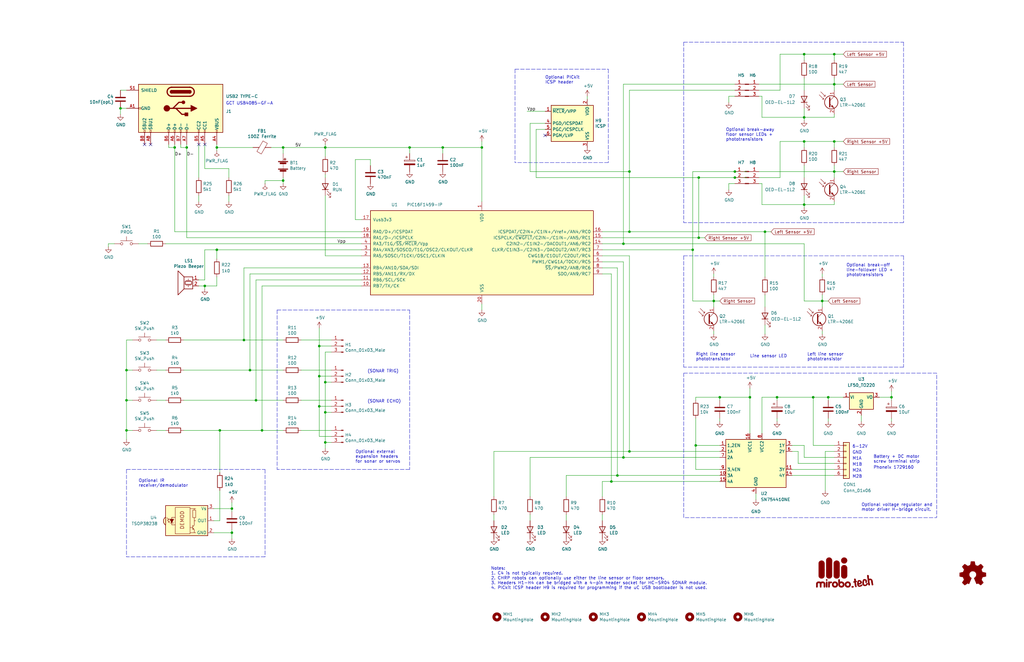
<source format=kicad_sch>
(kicad_sch (version 20230121) (generator eeschema)
  (paper "B")
  (title_block (title "CHRP4") (date "2023-04-24") (rev "0") (company "mirobo.tech") (comment 1 "Common Hardware") (comment 2 "Robotics Project") (comment 3 "CHRP4 is Open Hardware") (comment 4 "Schematic: CC-BY 4.0"))
  (junction (at 97.79 224.79))
  (junction (at 53.34 156.21))
  (junction (at 53.34 168.91))
  (junction (at 102.87 143.51))
  (junction (at 300.99 127))
  (junction (at 351.79 59.69))
  (junction (at 92.71 181.61))
  (junction (at 327.66 167.64))
  (junction (at 73.66 62.23))
  (junction (at 86.36 120.65))
  (junction (at 262.89 102.87))
  (junction (at 50.8 45.72))
  (junction (at 134.62 146.05))
  (junction (at 339.09 59.69))
  (junction (at 292.1 105.41))
  (junction (at 293.37 187.96))
  (junction (at 91.44 105.41))
  (junction (at 351.79 35.56))
  (junction (at 262.89 193.04))
  (junction (at 342.9 167.64))
  (junction (at 137.16 173.99))
  (junction (at 137.16 186.69))
  (junction (at 53.34 181.61))
  (junction (at 339.09 22.86))
  (junction (at 137.16 62.23))
  (junction (at 351.79 22.86))
  (junction (at 257.81 203.2))
  (junction (at 265.43 72.39))
  (junction (at 309.88 74.93))
  (junction (at 172.72 62.23))
  (junction (at 119.38 76.2))
  (junction (at 322.58 97.79))
  (junction (at 137.16 161.29))
  (junction (at 351.79 72.39))
  (junction (at 186.69 62.23))
  (junction (at 316.23 167.64))
  (junction (at 110.49 181.61))
  (junction (at 265.43 97.79))
  (junction (at 265.43 190.5))
  (junction (at 203.2 62.23))
  (junction (at 303.53 167.64))
  (junction (at 349.25 167.64))
  (junction (at 309.88 72.39))
  (junction (at 97.79 214.63))
  (junction (at 260.35 200.66))
  (junction (at 346.71 127))
  (junction (at 91.44 62.23))
  (junction (at 107.95 168.91))
  (junction (at 294.64 100.33))
  (junction (at 105.41 156.21))
  (junction (at 294.64 74.93))
  (junction (at 134.62 158.75))
  (junction (at 78.74 62.23))
  (junction (at 119.38 62.23))
  (junction (at 134.62 171.45))
  (junction (at 339.09 86.36))
  (junction (at 375.92 167.64))
  (junction (at 339.09 49.53))
  (no_connect (at 60.96 60.96))
  (no_connect (at 83.82 60.96))
  (no_connect (at 86.36 60.96))
  (no_connect (at 63.5 60.96))
  (no_connect (at 229.87 57.15))
  (wire (pts (xy 208.28 190.5) (xy 265.43 190.5)))
  (wire (pts (xy 223.52 72.39) (xy 265.43 72.39)))
  (wire (pts (xy 347.98 207.01) (xy 347.98 190.5)))
  (wire (pts (xy 137.16 107.95) (xy 152.4 107.95)))
  (wire (pts (xy 91.44 62.23) (xy 91.44 63.5)))
  (wire (pts (xy 339.09 49.53) (xy 339.09 45.72)))
  (wire (pts (xy 50.8 45.72) (xy 50.8 48.26)))
  (wire (pts (xy 351.79 35.56) (xy 355.6 35.56)))
  (wire (pts (xy 73.66 62.23) (xy 73.66 97.79)))
  (wire (pts (xy 203.2 59.69) (xy 203.2 62.23)))
  (wire (pts (xy 322.58 124.46) (xy 322.58 129.54)))
  (wire (pts (xy 110.49 120.65) (xy 110.49 181.61)))
  (polyline (pts (xy 53.34 198.12) (xy 53.34 234.95)) (stroke (width 0) (type dash)))
  (wire (pts (xy 322.58 97.79) (xy 322.58 116.84)))
  (wire (pts (xy 137.16 82.55) (xy 137.16 107.95)))
  (wire (pts (xy 226.06 74.93) (xy 294.64 74.93)))
  (wire (pts (xy 254 115.57) (xy 257.81 115.57)))
  (wire (pts (xy 83.82 82.55) (xy 83.82 85.09)))
  (wire (pts (xy 293.37 167.64) (xy 293.37 168.91)))
  (wire (pts (xy 119.38 74.93) (xy 119.38 76.2)))
  (wire (pts (xy 254 102.87) (xy 262.89 102.87)))
  (wire (pts (xy 339.09 33.02) (xy 339.09 38.1)))
  (wire (pts (xy 336.55 195.58) (xy 351.79 195.58)))
  (wire (pts (xy 351.79 187.96) (xy 342.9 187.96)))
  (wire (pts (xy 53.34 168.91) (xy 55.88 168.91)))
  (wire (pts (xy 300.99 124.46) (xy 300.99 127)))
  (wire (pts (xy 73.66 97.79) (xy 152.4 97.79)))
  (wire (pts (xy 223.52 217.17) (xy 223.52 219.71)))
  (wire (pts (xy 262.89 102.87) (xy 339.09 102.87)))
  (wire (pts (xy 102.87 143.51) (xy 119.38 143.51)))
  (wire (pts (xy 77.47 143.51) (xy 102.87 143.51)))
  (wire (pts (xy 355.6 167.64) (xy 349.25 167.64)))
  (wire (pts (xy 254 100.33) (xy 294.64 100.33)))
  (wire (pts (xy 86.36 60.96) (xy 86.36 71.12)))
  (wire (pts (xy 314.96 72.39) (xy 309.88 72.39)))
  (wire (pts (xy 105.41 115.57) (xy 105.41 156.21)))
  (wire (pts (xy 78.74 62.23) (xy 78.74 60.96)))
  (wire (pts (xy 321.31 40.64) (xy 320.04 40.64)))
  (polyline (pts (xy 217.17 29.21) (xy 256.54 29.21)) (stroke (width 0) (type dash)))
  (wire (pts (xy 321.31 86.36) (xy 321.31 77.47)))
  (wire (pts (xy 203.2 62.23) (xy 186.69 62.23)))
  (wire (pts (xy 346.71 127) (xy 346.71 129.54)))
  (wire (pts (xy 127 156.21) (xy 139.7 156.21)))
  (wire (pts (xy 97.79 214.63) (xy 97.79 212.09)))
  (wire (pts (xy 69.85 102.87) (xy 152.4 102.87)))
  (wire (pts (xy 303.53 167.64) (xy 303.53 168.91)))
  (wire (pts (xy 119.38 62.23) (xy 137.16 62.23)))
  (wire (pts (xy 86.36 105.41) (xy 91.44 105.41)))
  (wire (pts (xy 53.34 181.61) (xy 55.88 181.61)))
  (polyline (pts (xy 256.54 68.58) (xy 217.17 68.58)) (stroke (width 0) (type dash)))
  (wire (pts (xy 265.43 38.1) (xy 265.43 72.39)))
  (wire (pts (xy 293.37 198.12) (xy 303.53 198.12)))
  (wire (pts (xy 351.79 85.09) (xy 351.79 86.36)))
  (wire (pts (xy 97.79 224.79) (xy 97.79 223.52)))
  (wire (pts (xy 149.86 67.31) (xy 156.21 67.31)))
  (polyline (pts (xy 116.84 130.81) (xy 172.72 130.81)) (stroke (width 0) (type dash)))
  (polyline (pts (xy 288.29 17.78) (xy 288.29 93.98)) (stroke (width 0) (type dash)))
  (wire (pts (xy 76.2 60.96) (xy 76.2 62.23)))
  (wire (pts (xy 342.9 167.64) (xy 349.25 167.64)))
  (wire (pts (xy 351.79 35.56) (xy 351.79 38.1)))
  (wire (pts (xy 137.16 161.29) (xy 139.7 161.29)))
  (wire (pts (xy 92.71 181.61) (xy 110.49 181.61)))
  (wire (pts (xy 254 110.49) (xy 262.89 110.49)))
  (wire (pts (xy 149.86 67.31) (xy 149.86 92.71)))
  (wire (pts (xy 328.93 22.86) (xy 328.93 38.1)))
  (wire (pts (xy 346.71 115.57) (xy 346.71 116.84)))
  (wire (pts (xy 321.31 182.88) (xy 321.31 167.64)))
  (wire (pts (xy 363.22 175.26) (xy 363.22 177.8)))
  (wire (pts (xy 137.16 62.23) (xy 137.16 66.04)))
  (wire (pts (xy 339.09 22.86) (xy 351.79 22.86)))
  (wire (pts (xy 91.44 120.65) (xy 86.36 120.65)))
  (wire (pts (xy 96.52 82.55) (xy 96.52 85.09)))
  (wire (pts (xy 238.76 200.66) (xy 260.35 200.66)))
  (wire (pts (xy 152.4 118.11) (xy 107.95 118.11)))
  (wire (pts (xy 300.99 127) (xy 303.53 127)))
  (wire (pts (xy 307.34 40.64) (xy 309.88 40.64)))
  (wire (pts (xy 321.31 167.64) (xy 327.66 167.64)))
  (wire (pts (xy 318.77 208.28) (xy 318.77 210.82)))
  (wire (pts (xy 53.34 156.21) (xy 55.88 156.21)))
  (wire (pts (xy 262.89 35.56) (xy 262.89 102.87)))
  (wire (pts (xy 229.87 52.07) (xy 223.52 52.07)))
  (wire (pts (xy 127 168.91) (xy 139.7 168.91)))
  (wire (pts (xy 303.53 176.53) (xy 303.53 177.8)))
  (wire (pts (xy 91.44 109.22) (xy 91.44 105.41)))
  (wire (pts (xy 203.2 85.09) (xy 203.2 62.23)))
  (wire (pts (xy 90.17 224.79) (xy 97.79 224.79)))
  (wire (pts (xy 137.16 161.29) (xy 137.16 173.99)))
  (wire (pts (xy 339.09 59.69) (xy 351.79 59.69)))
  (wire (pts (xy 254 217.17) (xy 254 219.71)))
  (wire (pts (xy 334.01 198.12) (xy 351.79 198.12)))
  (wire (pts (xy 334.01 200.66) (xy 351.79 200.66)))
  (wire (pts (xy 265.43 38.1) (xy 309.88 38.1)))
  (wire (pts (xy 137.16 148.59) (xy 137.16 161.29)))
  (wire (pts (xy 152.4 115.57) (xy 105.41 115.57)))
  (wire (pts (xy 223.52 52.07) (xy 223.52 72.39)))
  (polyline (pts (xy 53.34 198.12) (xy 111.76 198.12)) (stroke (width 0) (type dash)))
  (wire (pts (xy 90.17 214.63) (xy 97.79 214.63)))
  (wire (pts (xy 339.09 69.85) (xy 339.09 74.93)))
  (wire (pts (xy 119.38 76.2) (xy 119.38 77.47)))
  (polyline (pts (xy 256.54 29.21) (xy 256.54 68.58)) (stroke (width 0) (type dash)))
  (wire (pts (xy 351.79 59.69) (xy 351.79 62.23)))
  (wire (pts (xy 77.47 168.91) (xy 107.95 168.91)))
  (wire (pts (xy 223.52 193.04) (xy 262.89 193.04)))
  (wire (pts (xy 339.09 22.86) (xy 328.93 22.86)))
  (wire (pts (xy 247.65 40.64) (xy 247.65 41.91)))
  (wire (pts (xy 110.49 181.61) (xy 119.38 181.61)))
  (wire (pts (xy 91.44 116.84) (xy 91.44 120.65)))
  (wire (pts (xy 370.84 167.64) (xy 375.92 167.64)))
  (wire (pts (xy 351.79 86.36) (xy 339.09 86.36)))
  (polyline (pts (xy 217.17 29.21) (xy 217.17 68.58)) (stroke (width 0) (type dash)))
  (wire (pts (xy 134.62 146.05) (xy 134.62 158.75)))
  (wire (pts (xy 303.53 167.64) (xy 293.37 167.64)))
  (wire (pts (xy 339.09 49.53) (xy 321.31 49.53)))
  (wire (pts (xy 293.37 176.53) (xy 293.37 187.96)))
  (wire (pts (xy 69.85 168.91) (xy 66.04 168.91)))
  (wire (pts (xy 53.34 38.1) (xy 50.8 38.1)))
  (wire (pts (xy 307.34 77.47) (xy 309.88 77.47)))
  (wire (pts (xy 351.79 72.39) (xy 351.79 74.93)))
  (wire (pts (xy 114.3 62.23) (xy 119.38 62.23)))
  (wire (pts (xy 78.74 62.23) (xy 78.74 100.33)))
  (wire (pts (xy 69.85 143.51) (xy 66.04 143.51)))
  (wire (pts (xy 208.28 190.5) (xy 208.28 209.55)))
  (wire (pts (xy 351.79 48.26) (xy 351.79 49.53)))
  (wire (pts (xy 262.89 35.56) (xy 309.88 35.56)))
  (wire (pts (xy 83.82 120.65) (xy 86.36 120.65)))
  (wire (pts (xy 83.82 60.96) (xy 83.82 74.93)))
  (wire (pts (xy 86.36 120.65) (xy 86.36 121.92)))
  (wire (pts (xy 45.72 102.87) (xy 48.26 102.87)))
  (wire (pts (xy 316.23 182.88) (xy 316.23 167.64)))
  (polyline (pts (xy 288.29 107.95) (xy 381 107.95)) (stroke (width 0) (type dash)))
  (wire (pts (xy 152.4 120.65) (xy 110.49 120.65)))
  (wire (pts (xy 262.89 193.04) (xy 303.53 193.04)))
  (wire (pts (xy 53.34 181.61) (xy 53.34 168.91)))
  (wire (pts (xy 92.71 181.61) (xy 92.71 199.39)))
  (wire (pts (xy 351.79 22.86) (xy 355.6 22.86)))
  (wire (pts (xy 77.47 181.61) (xy 92.71 181.61)))
  (wire (pts (xy 77.47 156.21) (xy 105.41 156.21)))
  (wire (pts (xy 172.72 62.23) (xy 172.72 64.77)))
  (wire (pts (xy 86.36 105.41) (xy 86.36 118.11)))
  (wire (pts (xy 339.09 193.04) (xy 351.79 193.04)))
  (wire (pts (xy 73.66 60.96) (xy 73.66 62.23)))
  (wire (pts (xy 339.09 49.53) (xy 339.09 50.8)))
  (wire (pts (xy 322.58 137.16) (xy 322.58 140.97)))
  (wire (pts (xy 292.1 72.39) (xy 292.1 105.41)))
  (wire (pts (xy 351.79 33.02) (xy 351.79 35.56)))
  (wire (pts (xy 339.09 62.23) (xy 339.09 59.69)))
  (wire (pts (xy 257.81 203.2) (xy 303.53 203.2)))
  (polyline (pts (xy 381 17.78) (xy 381 93.98)) (stroke (width 0) (type dash)))
  (wire (pts (xy 90.17 219.71) (xy 92.71 219.71)))
  (wire (pts (xy 86.36 71.12) (xy 96.52 71.12)))
  (wire (pts (xy 339.09 25.4) (xy 339.09 22.86)))
  (wire (pts (xy 346.71 139.7) (xy 346.71 140.97)))
  (wire (pts (xy 316.23 167.64) (xy 303.53 167.64)))
  (wire (pts (xy 300.99 139.7) (xy 300.99 140.97)))
  (wire (pts (xy 260.35 200.66) (xy 303.53 200.66)))
  (wire (pts (xy 137.16 173.99) (xy 139.7 173.99)))
  (wire (pts (xy 293.37 187.96) (xy 303.53 187.96)))
  (wire (pts (xy 316.23 163.83) (xy 316.23 167.64)))
  (wire (pts (xy 111.76 76.2) (xy 119.38 76.2)))
  (wire (pts (xy 134.62 184.15) (xy 139.7 184.15)))
  (polyline (pts (xy 288.29 107.95) (xy 288.29 154.94)) (stroke (width 0) (type dash)))
  (wire (pts (xy 322.58 97.79) (xy 325.12 97.79)))
  (wire (pts (xy 254 107.95) (xy 265.43 107.95)))
  (wire (pts (xy 327.66 167.64) (xy 342.9 167.64)))
  (wire (pts (xy 119.38 64.77) (xy 119.38 62.23)))
  (wire (pts (xy 339.09 86.36) (xy 321.31 86.36)))
  (wire (pts (xy 339.09 127) (xy 346.71 127)))
  (wire (pts (xy 320.04 35.56) (xy 351.79 35.56)))
  (wire (pts (xy 265.43 72.39) (xy 265.43 97.79)))
  (wire (pts (xy 53.34 168.91) (xy 53.34 156.21)))
  (wire (pts (xy 137.16 60.96) (xy 137.16 62.23)))
  (wire (pts (xy 102.87 113.03) (xy 102.87 143.51)))
  (wire (pts (xy 139.7 148.59) (xy 137.16 148.59)))
  (wire (pts (xy 351.79 22.86) (xy 351.79 25.4)))
  (wire (pts (xy 137.16 173.99) (xy 137.16 186.69)))
  (polyline (pts (xy 111.76 198.12) (xy 111.76 234.95)) (stroke (width 0) (type dash)))
  (wire (pts (xy 294.64 100.33) (xy 297.18 100.33)))
  (wire (pts (xy 265.43 97.79) (xy 322.58 97.79)))
  (wire (pts (xy 53.34 45.72) (xy 50.8 45.72)))
  (wire (pts (xy 71.12 62.23) (xy 71.12 60.96)))
  (wire (pts (xy 300.99 115.57) (xy 300.99 116.84)))
  (wire (pts (xy 105.41 156.21) (xy 119.38 156.21)))
  (wire (pts (xy 223.52 193.04) (xy 223.52 209.55)))
  (wire (pts (xy 97.79 214.63) (xy 97.79 215.9)))
  (wire (pts (xy 294.64 74.93) (xy 294.64 100.33)))
  (wire (pts (xy 254 203.2) (xy 257.81 203.2)))
  (wire (pts (xy 96.52 71.12) (xy 96.52 74.93)))
  (wire (pts (xy 349.25 167.64) (xy 349.25 168.91)))
  (wire (pts (xy 336.55 190.5) (xy 336.55 195.58)))
  (wire (pts (xy 321.31 49.53) (xy 321.31 40.64)))
  (wire (pts (xy 339.09 187.96) (xy 339.09 193.04)))
  (wire (pts (xy 91.44 60.96) (xy 91.44 62.23)))
  (wire (pts (xy 339.09 86.36) (xy 339.09 87.63)))
  (wire (pts (xy 152.4 92.71) (xy 149.86 92.71)))
  (wire (pts (xy 375.92 165.1) (xy 375.92 167.64)))
  (wire (pts (xy 226.06 54.61) (xy 226.06 74.93)))
  (polyline (pts (xy 116.84 130.81) (xy 116.84 198.12)) (stroke (width 0) (type dash)))
  (wire (pts (xy 314.96 74.93) (xy 309.88 74.93)))
  (wire (pts (xy 73.66 62.23) (xy 71.12 62.23)))
  (wire (pts (xy 127 143.51) (xy 139.7 143.51)))
  (wire (pts (xy 351.79 59.69) (xy 355.6 59.69)))
  (wire (pts (xy 375.92 177.8) (xy 375.92 176.53)))
  (wire (pts (xy 320.04 72.39) (xy 351.79 72.39)))
  (wire (pts (xy 78.74 100.33) (xy 152.4 100.33)))
  (wire (pts (xy 334.01 190.5) (xy 336.55 190.5)))
  (wire (pts (xy 186.69 62.23) (xy 186.69 64.77)))
  (wire (pts (xy 262.89 110.49) (xy 262.89 193.04)))
  (wire (pts (xy 137.16 186.69) (xy 137.16 189.23)))
  (wire (pts (xy 76.2 62.23) (xy 78.74 62.23)))
  (wire (pts (xy 346.71 127) (xy 349.25 127)))
  (wire (pts (xy 172.72 62.23) (xy 137.16 62.23)))
  (wire (pts (xy 53.34 143.51) (xy 55.88 143.51)))
  (wire (pts (xy 292.1 127) (xy 300.99 127)))
  (wire (pts (xy 91.44 105.41) (xy 152.4 105.41)))
  (polyline (pts (xy 381 154.94) (xy 288.29 154.94)) (stroke (width 0) (type dash)))
  (wire (pts (xy 86.36 118.11) (xy 83.82 118.11)))
  (wire (pts (xy 254 113.03) (xy 260.35 113.03)))
  (wire (pts (xy 257.81 115.57) (xy 257.81 203.2)))
  (wire (pts (xy 351.79 72.39) (xy 355.6 72.39)))
  (wire (pts (xy 254 97.79) (xy 265.43 97.79)))
  (wire (pts (xy 111.76 76.2) (xy 111.76 77.47)))
  (wire (pts (xy 134.62 138.43) (xy 134.62 146.05)))
  (wire (pts (xy 127 181.61) (xy 139.7 181.61)))
  (wire (pts (xy 107.95 168.91) (xy 119.38 168.91)))
  (wire (pts (xy 97.79 224.79) (xy 97.79 227.33)))
  (wire (pts (xy 347.98 190.5) (xy 351.79 190.5)))
  (wire (pts (xy 134.62 158.75) (xy 139.7 158.75)))
  (wire (pts (xy 53.34 156.21) (xy 53.34 143.51)))
  (wire (pts (xy 351.79 69.85) (xy 351.79 72.39)))
  (wire (pts (xy 186.69 62.23) (xy 172.72 62.23)))
  (wire (pts (xy 134.62 171.45) (xy 139.7 171.45)))
  (wire (pts (xy 265.43 107.95) (xy 265.43 190.5)))
  (wire (pts (xy 342.9 187.96) (xy 342.9 167.64)))
  (wire (pts (xy 238.76 200.66) (xy 238.76 209.55)))
  (wire (pts (xy 292.1 105.41) (xy 292.1 127)))
  (wire (pts (xy 339.09 59.69) (xy 328.93 59.69)))
  (wire (pts (xy 106.68 62.23) (xy 91.44 62.23)))
  (wire (pts (xy 208.28 217.17) (xy 208.28 219.71)))
  (wire (pts (xy 327.66 167.64) (xy 327.66 168.91)))
  (wire (pts (xy 293.37 187.96) (xy 293.37 198.12)))
  (wire (pts (xy 152.4 113.03) (xy 102.87 113.03)))
  (wire (pts (xy 339.09 102.87) (xy 339.09 127)))
  (wire (pts (xy 307.34 80.01) (xy 307.34 77.47)))
  (wire (pts (xy 327.66 176.53) (xy 327.66 177.8)))
  (wire (pts (xy 328.93 38.1) (xy 320.04 38.1)))
  (wire (pts (xy 58.42 102.87) (xy 62.23 102.87)))
  (wire (pts (xy 139.7 146.05) (xy 134.62 146.05)))
  (wire (pts (xy 351.79 49.53) (xy 339.09 49.53)))
  (wire (pts (xy 229.87 54.61) (xy 226.06 54.61)))
  (polyline (pts (xy 172.72 130.81) (xy 172.72 198.12)) (stroke (width 0) (type dash)))
  (wire (pts (xy 300.99 127) (xy 300.99 129.54)))
  (wire (pts (xy 260.35 113.03) (xy 260.35 200.66)))
  (wire (pts (xy 137.16 186.69) (xy 139.7 186.69)))
  (wire (pts (xy 339.09 86.36) (xy 339.09 82.55)))
  (wire (pts (xy 254 105.41) (xy 292.1 105.41)))
  (wire (pts (xy 349.25 176.53) (xy 349.25 177.8)))
  (wire (pts (xy 137.16 73.66) (xy 137.16 74.93)))
  (polyline (pts (xy 111.76 234.95) (xy 53.34 234.95)) (stroke (width 0) (type dash)))
  (wire (pts (xy 309.88 72.39) (xy 292.1 72.39)))
  (polyline (pts (xy 381 93.98) (xy 288.29 93.98)) (stroke (width 0) (type dash)))
  (wire (pts (xy 69.85 156.21) (xy 66.04 156.21)))
  (wire (pts (xy 307.34 43.18) (xy 307.34 40.64)))
  (wire (pts (xy 203.2 128.27) (xy 203.2 130.81)))
  (wire (pts (xy 328.93 59.69) (xy 328.93 74.93)))
  (wire (pts (xy 375.92 167.64) (xy 375.92 168.91)))
  (wire (pts (xy 238.76 217.17) (xy 238.76 219.71)))
  (polyline (pts (xy 381 107.95) (xy 381 154.94)) (stroke (width 0) (type dash)))
  (wire (pts (xy 346.71 124.46) (xy 346.71 127)))
  (polyline (pts (xy 288.29 17.78) (xy 381 17.78)) (stroke (width 0) (type dash)))
  (polyline (pts (xy 172.72 198.12) (xy 116.84 198.12)) (stroke (width 0) (type dash)))
  (wire (pts (xy 309.88 74.93) (xy 294.64 74.93)))
  (wire (pts (xy 321.31 77.47) (xy 320.04 77.47)))
  (wire (pts (xy 45.72 104.14) (xy 45.72 102.87)))
  (wire (pts (xy 229.87 46.99) (xy 222.25 46.99)))
  (wire (pts (xy 156.21 67.31) (xy 156.21 69.85)))
  (wire (pts (xy 134.62 158.75) (xy 134.62 171.45)))
  (wire (pts (xy 69.85 181.61) (xy 66.04 181.61)))
  (wire (pts (xy 134.62 171.45) (xy 134.62 184.15)))
  (wire (pts (xy 254 203.2) (xy 254 209.55)))
  (wire (pts (xy 92.71 207.01) (xy 92.71 219.71)))
  (wire (pts (xy 107.95 118.11) (xy 107.95 168.91)))
  (wire (pts (xy 53.34 181.61) (xy 53.34 185.42)))
  (wire (pts (xy 328.93 74.93) (xy 320.04 74.93)))
  (wire (pts (xy 265.43 190.5) (xy 303.53 190.5)))
  (wire (pts (xy 334.01 187.96) (xy 339.09 187.96)))
  (rectangle (start 288.29 157.48) (end 394.97 218.44) (stroke (width 0) (type dash)))
  (text "M1A" (at 359.41 194.31 0) (effects (font (size 1.27 1.27)) (justify left bottom)))
  (text "M2B" (at 359.41 201.93 0) (effects (font (size 1.27 1.27)) (justify left bottom)))
  (text "Phoneix 1729160" (at 368.3 198.12 0) (effects (font (size 1.27 1.27)) (justify left bottom)))
  (text "(SONAR TRIG)" (at 154.94 157.48 0) (effects (font (size 1.27 1.27)) (justify left bottom)))
  (text "Line sensor LED" (at 316.23 151.13 0) (effects (font (size 1.27 1.27)) (justify left bottom)))
  (text "Left line sensor\nphototransistor" (at 340.36 152.4 0) (effects (font (size 1.27 1.27)) (justify left bottom)))
  (text "Notes:\n1. C4 is not typically required.\n2. CHRP robots can optionally use either the line sensor or floor sensors.\n3. Headers H1-H4 can be bridged with a 4-pin header socket for HC-SR04 SONAR module.\n4. PICkit ICSP header H9 is required for programming if the uC USB bootloader is not used." (at 207.01 248.92 0) (effects (font (size 1.27 1.27)) (justify left bottom)))
  (text "GCT USB4085-GF-A" (at 95.25 44.45 0) (effects (font (size 1.27 1.27)) (justify left bottom)))
  (text "Optional break-off\nline-follower LED +\nphototransistors" (at 356.87 116.84 0) (effects (font (size 1.27 1.27)) (justify left bottom)))
  (text "Optional external\nexpansion headers\nfor sonar or servos" (at 149.86 195.58 0) (effects (font (size 1.27 1.27)) (justify left bottom)))
  (text "M1B" (at 359.41 196.85 0) (effects (font (size 1.27 1.27)) (justify left bottom)))
  (text "Optional break-away\nfloor sensor LEDs +\nphototransistors" (at 306.07 59.69 0) (effects (font (size 1.27 1.27)) (justify left bottom)))
  (text "GND" (at 359.41 191.77 0) (effects (font (size 1.27 1.27)) (justify left bottom)))
  (text "Right line sensor\nphototransistor" (at 293.37 152.4 0) (effects (font (size 1.27 1.27)) (justify left bottom)))
  (text "(SONAR ECHO)" (at 154.94 170.18 0) (effects (font (size 1.27 1.27)) (justify left bottom)))
  (text "Optional voltage regulator and\nmotor driver H-bridge circuit." (at 363.22 215.9 0) (effects (font (size 1.27 1.27)) (justify left bottom)))
  (text "Optional IR\nreceiver/demodulator" (at 58.42 205.74 0) (effects (font (size 1.27 1.27)) (justify left bottom)))
  (text "M2A" (at 359.41 199.39 0) (effects (font (size 1.27 1.27)) (justify left bottom)))
  (text "Battery + DC motor\nscrew terminal strip" (at 368.3 195.58 0) (effects (font (size 1.27 1.27)) (justify left bottom)))
  (text "6-12V" (at 359.41 189.23 0) (effects (font (size 1.27 1.27)) (justify left bottom)))
  (text "Optional PICkit\nICSP header" (at 229.87 35.56 0) (effects (font (size 1.27 1.27)) (justify left bottom)))
  (label "Vpp" (at 222.25 46.99 0))
  (label "D+" (at 73.66 66.04 0))
  (label "5V" (at 124.46 62.23 0))
  (label "Vpp" (at 142.24 102.87 0))
  (label "D-" (at 78.74 66.04 0))
  (global_label "Right Sensor" (shape input) (at 303.53 127 0) (property "Intersheetrefs" "${INTERSHEET_REFS}" (effects hide)))
  (global_label "Right Sensor +5V" (shape input) (at 297.18 100.33 0) (property "Intersheetrefs" "${INTERSHEET_REFS}" (effects hide)))
  (global_label "Left Sensor" (shape input) (at 355.6 35.56 0) (property "Intersheetrefs" "${INTERSHEET_REFS}" (effects hide)))
  (global_label "Left Sensor +5V" (shape input) (at 325.12 97.79 0) (property "Intersheetrefs" "${INTERSHEET_REFS}" (effects hide)))
  (global_label "Left Sensor" (shape input) (at 349.25 127 0) (property "Intersheetrefs" "${INTERSHEET_REFS}" (effects hide)))
  (global_label "Left Sensor +5V" (shape input) (at 355.6 22.86 0) (property "Intersheetrefs" "${INTERSHEET_REFS}" (effects hide)))
  (global_label "Right Sensor +5V" (shape input) (at 355.6 59.69 0) (property "Intersheetrefs" "${INTERSHEET_REFS}" (effects hide)))
  (global_label "Right Sensor" (shape input) (at 355.6 72.39 0) (property "Intersheetrefs" "${INTERSHEET_REFS}" (effects hide)))
  (symbol (lib_id "MCU_Microchip_PIC16:PIC16F1459-IP") (at 203.2 102.87 0) (unit 1)
    (property "Reference" "U1" (at 166.37 86.36 0))
    (property "Value" "PIC16F1459-IP" (at 179.07 86.36 0))
    (property "Footprint" "Package_DIP:DIP-20_W7.62mm_Socket" (effects hide))
    (property "Datasheet" "http://ww1.microchip.com/downloads/en/DeviceDoc/41639A.pdf" (effects hide))
  )
  (symbol (lib_id "Device:C_Polarized") (at 172.72 68.58 0) (unit 1)
    (property "Reference" "C1" (at 175.7172 67.4116 0) (effects (justify left)))
    (property "Value" "1uF" (at 175.7172 69.723 0) (effects (justify left)))
    (property "Footprint" "Capacitor_THT:CP_Radial_D5.0mm_P2.50mm" (effects hide))
  )
  (symbol (lib_id "Device:C") (at 186.69 68.58 0) (unit 1)
    (property "Reference" "C2" (at 189.611 67.4116 0) (effects (justify left)))
    (property "Value" "100nF" (at 189.611 69.723 0) (effects (justify left)))
    (property "Footprint" "Capacitor_THT:C_Disc_D3.4mm_W2.1mm_P2.50mm" (effects hide))
  )
  (symbol (lib_id "Device:C") (at 156.21 73.66 0) (unit 1)
    (property "Reference" "C3" (at 159.131 72.4916 0) (effects (justify left)))
    (property "Value" "470nF" (at 159.131 74.803 0) (effects (justify left)))
    (property "Footprint" "Capacitor_THT:C_Disc_D3.4mm_W2.1mm_P2.50mm" (effects hide))
  )
  (symbol (lib_id "Sensor_Optical:TEPT4400") (at 344.17 134.62 0) (unit 1)
    (property "Reference" "Q1" (at 348.996 133.4516 0) (effects (justify left)))
    (property "Value" "LTR-4206E" (at 348.996 135.763 0) (effects (justify left)))
    (property "Footprint" "CHRP400-Library:LED_D3.0mm_IRBlack" (effects hide))
    (property "Datasheet" "https://www.vishay.com/docs/81341/tept4400.pdf" (effects hide))
  )
  (symbol (lib_id "Interface_Optical:TSOP382xx") (at 80.01 219.71 0) (unit 1)
    (property "Reference" "U4" (at 64.77 218.44 0))
    (property "Value" "TSOP38238" (at 60.96 220.98 0))
    (property "Footprint" "OptoDevice:Vishay_MINICAST-3Pin" (effects hide))
    (property "Datasheet" "http://www.vishay.com/docs/82491/tsop382.pdf" (effects hide))
  )
  (symbol (lib_id "Connector:Conn_PIC_ICSP_ICD") (at 242.57 52.07 0) (mirror y) (unit 1)
    (property "Reference" "H9" (at 250.952 50.9016 0) (effects (justify right)))
    (property "Value" "ICSP" (at 250.952 53.213 0) (effects (justify right)))
    (property "Footprint" "CHRP400-Library:PinHeader_1x06_P2.54mm_Horizontal" (effects hide))
    (property "Datasheet" "http://ww1.microchip.com/downloads/en/devicedoc/30277d.pdf" (effects hide))
  )
  (symbol (lib_id "Device:C_Polarized") (at 375.92 172.72 0) (unit 1)
    (property "Reference" "C6" (at 378.9172 171.5516 0) (effects (justify left)))
    (property "Value" "10uF" (at 378.9172 173.863 0) (effects (justify left)))
    (property "Footprint" "Capacitor_THT:CP_Radial_D5.0mm_P2.50mm" (effects hide))
  )
  (symbol (lib_id "Device:Speaker_Crystal") (at 78.74 118.11 0) (mirror y) (unit 1)
    (property "Reference" "LS1" (at 79.6036 110.0582 0))
    (property "Value" "Piezo Beeper" (at 79.6036 112.3696 0))
    (property "Footprint" "Buzzer_Beeper:Buzzer_TDK_PS1240P02BT_D12.2mm_H6.5mm" (effects hide))
  )
  (symbol (lib_id "Switch:SW_Push") (at 60.96 143.51 0) (unit 1)
    (property "Reference" "SW2" (at 60.96 136.271 0))
    (property "Value" "SW_Push" (at 60.96 138.5824 0))
    (property "Footprint" "Button_Switch_THT:SW_PUSH_6mm" (effects hide))
  )
  (symbol (lib_id "Switch:SW_Push") (at 60.96 156.21 0) (unit 1)
    (property "Reference" "SW3" (at 60.96 148.971 0))
    (property "Value" "SW_Push" (at 60.96 151.2824 0))
    (property "Footprint" "Button_Switch_THT:SW_PUSH_6mm" (effects hide))
  )
  (symbol (lib_id "Switch:SW_Push") (at 60.96 168.91 0) (unit 1)
    (property "Reference" "SW4" (at 60.96 161.671 0))
    (property "Value" "SW_Push" (at 60.96 163.9824 0))
    (property "Footprint" "Button_Switch_THT:SW_PUSH_6mm" (effects hide))
  )
  (symbol (lib_id "Switch:SW_Push") (at 60.96 181.61 0) (unit 1)
    (property "Reference" "SW5" (at 60.96 174.371 0))
    (property "Value" "SW_Push" (at 60.96 176.6824 0))
    (property "Footprint" "Button_Switch_THT:SW_PUSH_6mm" (effects hide))
  )
  (symbol (lib_id "Connector:Conn_01x03_Male") (at 144.78 146.05 0) (mirror y) (unit 1)
    (property "Reference" "H1" (at 145.4912 145.4404 0) (effects (justify right)))
    (property "Value" "Conn_01x03_Male" (at 145.4912 147.7518 0) (effects (justify right)))
    (property "Footprint" "Connector_PinHeader_2.54mm:PinHeader_1x03_P2.54mm_Vertical" (effects hide))
  )
  (symbol (lib_id "Connector:Conn_01x03_Male") (at 144.78 158.75 0) (mirror y) (unit 1)
    (property "Reference" "H2" (at 145.4912 158.1404 0) (effects (justify right)))
    (property "Value" "Conn_01x03_Male" (at 145.4912 160.4518 0) (effects (justify right)))
    (property "Footprint" "Connector_PinHeader_2.54mm:PinHeader_1x03_P2.54mm_Vertical" (effects hide))
  )
  (symbol (lib_id "Connector:Conn_01x03_Male") (at 144.78 171.45 0) (mirror y) (unit 1)
    (property "Reference" "H3" (at 145.4912 170.8404 0) (effects (justify right)))
    (property "Value" "Conn_01x03_Male" (at 145.4912 173.1518 0) (effects (justify right)))
    (property "Footprint" "Connector_PinHeader_2.54mm:PinHeader_1x03_P2.54mm_Vertical" (effects hide))
  )
  (symbol (lib_id "Connector:Conn_01x03_Male") (at 144.78 184.15 0) (mirror y) (unit 1)
    (property "Reference" "H4" (at 145.4912 183.5404 0) (effects (justify right)))
    (property "Value" "Conn_01x03_Male" (at 145.4912 185.8518 0) (effects (justify right)))
    (property "Footprint" "Connector_PinHeader_2.54mm:PinHeader_1x03_P2.54mm_Vertical" (effects hide))
  )
  (symbol (lib_id "Device:LED") (at 208.28 223.52 90) (unit 1)
    (property "Reference" "D2" (at 211.2772 222.5294 90) (effects (justify right)))
    (property "Value" "LED" (at 211.2772 224.8408 90) (effects (justify right)))
    (property "Footprint" "CHRP400-Library:LED_D3.0mm" (effects hide))
  )
  (symbol (lib_id "Device:LED") (at 223.52 223.52 90) (unit 1)
    (property "Reference" "D3" (at 226.5172 222.5294 90) (effects (justify right)))
    (property "Value" "LED" (at 226.5172 224.8408 90) (effects (justify right)))
    (property "Footprint" "CHRP400-Library:LED_D3.0mm" (effects hide))
  )
  (symbol (lib_id "Device:LED") (at 238.76 223.52 90) (unit 1)
    (property "Reference" "D4" (at 241.7572 222.5294 90) (effects (justify right)))
    (property "Value" "LED" (at 241.7572 224.8408 90) (effects (justify right)))
    (property "Footprint" "CHRP400-Library:LED_D3.0mm" (effects hide))
  )
  (symbol (lib_id "Device:LED") (at 254 223.52 90) (unit 1)
    (property "Reference" "D5" (at 256.9972 222.5294 90) (effects (justify right)))
    (property "Value" "LED" (at 256.9972 224.8408 90) (effects (justify right)))
    (property "Footprint" "CHRP400-Library:LED_D3.0mm" (effects hide))
  )
  (symbol (lib_id "Switch:SW_Push") (at 53.34 102.87 0) (unit 1)
    (property "Reference" "SW1" (at 53.34 95.631 0))
    (property "Value" "PROG" (at 53.34 97.9424 0))
    (property "Footprint" "Button_Switch_THT:SW_PUSH_6mm" (effects hide))
  )
  (symbol (lib_id "Device:R") (at 66.04 102.87 90) (unit 1)
    (property "Reference" "R1" (at 66.04 97.6122 90))
    (property "Value" "100" (at 66.04 99.9236 90))
    (property "Footprint" "Resistor_THT:R_Axial_DIN0207_L6.3mm_D2.5mm_P10.16mm_Horizontal" (effects hide))
  )
  (symbol (lib_id "Device:R") (at 137.16 69.85 180) (unit 1)
    (property "Reference" "R2" (at 138.938 68.6816 0) (effects (justify right)))
    (property "Value" "470" (at 138.938 70.993 0) (effects (justify right)))
    (property "Footprint" "Resistor_THT:R_Axial_DIN0207_L6.3mm_D2.5mm_P10.16mm_Horizontal" (effects hide))
  )
  (symbol (lib_id "Device:LED") (at 137.16 78.74 90) (unit 1)
    (property "Reference" "D1" (at 140.1572 77.7494 90) (effects (justify right)))
    (property "Value" "RUN" (at 140.1572 80.0608 90) (effects (justify right)))
    (property "Footprint" "CHRP400-Library:LED_D3.0mm" (effects hide))
  )
  (symbol (lib_id "Device:LED") (at 322.58 133.35 90) (unit 1)
    (property "Reference" "D6" (at 326.39 132.08 90))
    (property "Value" "OED-EL-1L2" (at 331.47 134.62 90))
    (property "Footprint" "CHRP400-Library:LED_D5.0mm_Clear" (effects hide))
  )
  (symbol (lib_id "Device:R") (at 91.44 113.03 180) (unit 1)
    (property "Reference" "R22" (at 95.25 111.76 0))
    (property "Value" "1k0" (at 95.25 114.3 0))
    (property "Footprint" "Resistor_THT:R_Axial_DIN0207_L6.3mm_D2.5mm_P10.16mm_Horizontal" (effects hide))
  )
  (symbol (lib_id "Device:R") (at 346.71 120.65 0) (unit 1)
    (property "Reference" "R16" (at 348.488 119.4816 0) (effects (justify left)))
    (property "Value" "4k7" (at 348.488 121.793 0) (effects (justify left)))
    (property "Footprint" "Resistor_THT:R_Axial_DIN0207_L6.3mm_D2.5mm_P10.16mm_Horizontal" (effects hide))
  )
  (symbol (lib_id "Device:R") (at 73.66 143.51 270) (unit 1)
    (property "Reference" "R3" (at 73.66 138.2522 90))
    (property "Value" "1k0" (at 73.66 140.5636 90))
    (property "Footprint" "Resistor_THT:R_Axial_DIN0207_L6.3mm_D2.5mm_P10.16mm_Horizontal" (effects hide))
  )
  (symbol (lib_id "Device:R") (at 73.66 156.21 270) (unit 1)
    (property "Reference" "R4" (at 73.66 150.9522 90))
    (property "Value" "1k0" (at 73.66 153.2636 90))
    (property "Footprint" "Resistor_THT:R_Axial_DIN0207_L6.3mm_D2.5mm_P10.16mm_Horizontal" (effects hide))
  )
  (symbol (lib_id "Device:R") (at 73.66 168.91 270) (unit 1)
    (property "Reference" "R5" (at 73.66 163.6522 90))
    (property "Value" "1k0" (at 73.66 165.9636 90))
    (property "Footprint" "Resistor_THT:R_Axial_DIN0207_L6.3mm_D2.5mm_P10.16mm_Horizontal" (effects hide))
  )
  (symbol (lib_id "Device:R") (at 73.66 181.61 270) (unit 1)
    (property "Reference" "R6" (at 73.66 176.3522 90))
    (property "Value" "1k0" (at 73.66 178.6636 90))
    (property "Footprint" "Resistor_THT:R_Axial_DIN0207_L6.3mm_D2.5mm_P10.16mm_Horizontal" (effects hide))
  )
  (symbol (lib_id "Device:R") (at 208.28 213.36 0) (unit 1)
    (property "Reference" "R7" (at 210.058 212.1916 0) (effects (justify left)))
    (property "Value" "470" (at 210.058 214.503 0) (effects (justify left)))
    (property "Footprint" "Resistor_THT:R_Axial_DIN0207_L6.3mm_D2.5mm_P10.16mm_Horizontal" (effects hide))
  )
  (symbol (lib_id "Device:R") (at 223.52 213.36 0) (unit 1)
    (property "Reference" "R8" (at 225.298 212.1916 0) (effects (justify left)))
    (property "Value" "470" (at 225.298 214.503 0) (effects (justify left)))
    (property "Footprint" "Resistor_THT:R_Axial_DIN0207_L6.3mm_D2.5mm_P10.16mm_Horizontal" (effects hide))
  )
  (symbol (lib_id "Device:R") (at 238.76 213.36 0) (unit 1)
    (property "Reference" "R9" (at 240.538 212.1916 0) (effects (justify left)))
    (property "Value" "470" (at 240.538 214.503 0) (effects (justify left)))
    (property "Footprint" "Resistor_THT:R_Axial_DIN0207_L6.3mm_D2.5mm_P10.16mm_Horizontal" (effects hide))
  )
  (symbol (lib_id "Device:R") (at 254 213.36 0) (unit 1)
    (property "Reference" "R10" (at 255.778 212.1916 0) (effects (justify left)))
    (property "Value" "470" (at 255.778 214.503 0) (effects (justify left)))
    (property "Footprint" "Resistor_THT:R_Axial_DIN0207_L6.3mm_D2.5mm_P10.16mm_Horizontal" (effects hide))
  )
  (symbol (lib_id "Device:R") (at 123.19 143.51 270) (unit 1)
    (property "Reference" "R11" (at 123.19 138.2522 90))
    (property "Value" "100" (at 123.19 140.5636 90))
    (property "Footprint" "Resistor_THT:R_Axial_DIN0207_L6.3mm_D2.5mm_P10.16mm_Horizontal" (effects hide))
  )
  (symbol (lib_id "Device:R") (at 123.19 156.21 270) (unit 1)
    (property "Reference" "R12" (at 123.19 150.9522 90))
    (property "Value" "100" (at 123.19 153.2636 90))
    (property "Footprint" "Resistor_THT:R_Axial_DIN0207_L6.3mm_D2.5mm_P10.16mm_Horizontal" (effects hide))
  )
  (symbol (lib_id "Device:R") (at 123.19 168.91 270) (unit 1)
    (property "Reference" "R13" (at 123.19 163.6522 90))
    (property "Value" "100" (at 123.19 165.9636 90))
    (property "Footprint" "Resistor_THT:R_Axial_DIN0207_L6.3mm_D2.5mm_P10.16mm_Horizontal" (effects hide))
  )
  (symbol (lib_id "Device:R") (at 123.19 181.61 270) (unit 1)
    (property "Reference" "R14" (at 123.19 176.3522 90))
    (property "Value" "100" (at 123.19 178.6636 90))
    (property "Footprint" "Resistor_THT:R_Axial_DIN0207_L6.3mm_D2.5mm_P10.16mm_Horizontal" (effects hide))
  )
  (symbol (lib_id "power:GND") (at 186.69 72.39 0) (unit 1)
    (property "Reference" "#PWR06" (effects hide))
    (property "Value" "GND" (at 186.817 76.7842 0))
  )
  (symbol (lib_id "power:GND") (at 172.72 72.39 0) (unit 1)
    (property "Reference" "#PWR05" (effects hide))
    (property "Value" "GND" (at 172.847 76.7842 0))
  )
  (symbol (lib_id "power:GND") (at 156.21 77.47 0) (unit 1)
    (property "Reference" "#PWR04" (effects hide))
    (property "Value" "GND" (at 156.337 81.8642 0))
  )
  (symbol (lib_id "power:GND") (at 45.72 104.14 0) (unit 1)
    (property "Reference" "#PWR03" (effects hide))
    (property "Value" "GND" (at 45.847 108.5342 0))
  )
  (symbol (lib_id "power:GND") (at 86.36 121.92 0) (unit 1)
    (property "Reference" "#PWR02" (effects hide))
    (property "Value" "GND" (at 86.487 126.3142 0))
  )
  (symbol (lib_id "power:GND") (at 53.34 185.42 0) (unit 1)
    (property "Reference" "#PWR01" (effects hide))
    (property "Value" "GND" (at 53.467 189.8142 0))
  )
  (symbol (lib_id "power:GND") (at 203.2 130.81 0) (unit 1)
    (property "Reference" "#PWR07" (effects hide))
    (property "Value" "GND" (at 203.327 135.2042 0))
  )
  (symbol (lib_id "power:GND") (at 208.28 227.33 0) (unit 1)
    (property "Reference" "#PWR08" (effects hide))
    (property "Value" "GND" (at 208.407 231.7242 0))
  )
  (symbol (lib_id "power:GND") (at 223.52 227.33 0) (unit 1)
    (property "Reference" "#PWR09" (effects hide))
    (property "Value" "GND" (at 223.647 231.7242 0))
  )
  (symbol (lib_id "power:GND") (at 238.76 227.33 0) (unit 1)
    (property "Reference" "#PWR010" (effects hide))
    (property "Value" "GND" (at 238.887 231.7242 0))
  )
  (symbol (lib_id "power:GND") (at 254 227.33 0) (unit 1)
    (property "Reference" "#PWR011" (effects hide))
    (property "Value" "GND" (at 254.127 231.7242 0))
  )
  (symbol (lib_id "power:GND") (at 247.65 62.23 0) (unit 1)
    (property "Reference" "#PWR014" (effects hide))
    (property "Value" "GND" (at 247.777 66.6242 0))
  )
  (symbol (lib_id "power:GND") (at 137.16 189.23 0) (unit 1)
    (property "Reference" "#PWR012" (effects hide))
    (property "Value" "GND" (at 137.287 193.6242 0))
  )
  (symbol (lib_id "power:GND") (at 375.92 177.8 0) (unit 1)
    (property "Reference" "#PWR015" (effects hide))
    (property "Value" "GND" (at 375.92 182.88 0))
  )
  (symbol (lib_id "power:GND") (at 346.71 140.97 0) (unit 1)
    (property "Reference" "#PWR016" (effects hide))
    (property "Value" "GND" (at 346.837 145.3642 0))
  )
  (symbol (lib_id "power:GND") (at 97.79 227.33 0) (unit 1)
    (property "Reference" "#PWR017" (effects hide))
    (property "Value" "GND" (at 97.917 231.7242 0))
  )
  (symbol (lib_id "UBMP4.1-rescue:USB_C_Receptacle_USB2.0-Connector-UBMP4-rescue") (at 76.2 45.72 270) (unit 1)
    (property "Reference" "J1" (at 95.25 46.99 90) (effects (justify left)))
    (property "Value" "USB2 TYPE-C" (at 95.25 40.64 90) (effects (justify left)))
    (property "Footprint" "Connector_USB:USB_C_Receptacle_GCT_USB4085" (effects hide))
    (property "Datasheet" "https://www.usb.org/sites/default/files/documents/usb_type-c.zip" (effects hide))
  )
  (symbol (lib_id "power:GND") (at 50.8 48.26 0) (unit 1)
    (property "Reference" "#PWR013" (effects hide))
    (property "Value" "GND" (at 50.927 52.6542 0))
  )
  (symbol (lib_id "Device:Battery") (at 119.38 69.85 0) (unit 1)
    (property "Reference" "BT1" (at 122.1232 68.6816 0) (effects (justify left)))
    (property "Value" "Battery" (at 122.1232 70.993 0) (effects (justify left)))
    (property "Footprint" "Connector_PinHeader_2.54mm:PinHeader_1x02_P2.54mm_Vertical" (effects hide))
  )
  (symbol (lib_id "power:GND") (at 119.38 77.47 0) (unit 1)
    (property "Reference" "#PWR018" (effects hide))
    (property "Value" "GND" (at 119.507 81.8642 0))
  )
  (symbol (lib_id "Device:FerriteBead") (at 110.49 62.23 270) (unit 1)
    (property "Reference" "FB1" (at 110.49 55.2704 90))
    (property "Value" "100Z Ferrite" (at 110.49 57.5818 90))
    (property "Footprint" "Resistor_THT:R_Axial_DIN0411_L9.9mm_D3.6mm_P12.70mm_Horizontal" (effects hide))
  )
  (symbol (lib_id "Device:C") (at 50.8 41.91 0) (mirror x) (unit 1)
    (property "Reference" "C4" (at 47.9044 40.7416 0) (effects (justify right)))
    (property "Value" "10nF(opt.)" (at 47.9044 43.053 0) (effects (justify right)))
    (property "Footprint" "Capacitor_THT:C_Disc_D3.4mm_W2.1mm_P2.50mm" (effects hide))
  )
  (symbol (lib_id "Device:C") (at 349.25 172.72 0) (unit 1)
    (property "Reference" "C5" (at 352.171 171.5516 0) (effects (justify left)))
    (property "Value" "100nF" (at 352.171 173.863 0) (effects (justify left)))
    (property "Footprint" "Capacitor_THT:C_Disc_D3.4mm_W2.1mm_P2.50mm" (effects hide))
  )
  (symbol (lib_id "power:PWR_FLAG") (at 137.16 60.96 0) (unit 1)
    (property "Reference" "#FLG0101" (effects hide))
    (property "Value" "PWR_FLAG" (at 137.16 56.5658 0))
  )
  (symbol (lib_id "power:PWR_FLAG") (at 111.76 77.47 0) (mirror x) (unit 1)
    (property "Reference" "#FLG0102" (effects hide))
    (property "Value" "PWR_FLAG" (at 111.76 81.8642 0))
  )
  (symbol (lib_id "power:PWR_FLAG") (at 91.44 63.5 0) (mirror x) (unit 1)
    (property "Reference" "#FLG0103" (effects hide))
    (property "Value" "PWR_FLAG" (at 91.44 67.8942 0))
  )
  (symbol (lib_id "power:+5V") (at 203.2 59.69 0) (unit 1)
    (property "Reference" "#PWR0102" (effects hide))
    (property "Value" "+5V" (at 203.581 55.2958 0))
  )
  (symbol (lib_id "power:+5V") (at 97.79 212.09 0) (unit 1)
    (property "Reference" "#PWR0103" (effects hide))
    (property "Value" "+5V" (at 98.171 207.6958 0))
  )
  (symbol (lib_id "power:+5V") (at 247.65 40.64 0) (unit 1)
    (property "Reference" "#PWR0104" (effects hide))
    (property "Value" "+5V" (at 248.031 36.2458 0))
  )
  (symbol (lib_id "power:+5V") (at 346.71 115.57 0) (unit 1)
    (property "Reference" "#PWR0105" (effects hide))
    (property "Value" "+5V" (at 347.091 111.1758 0))
  )
  (symbol (lib_id "power:+5V") (at 134.62 138.43 0) (unit 1)
    (property "Reference" "#PWR0106" (effects hide))
    (property "Value" "+5V" (at 135.001 134.0358 0))
  )
  (symbol (lib_id "UBMP4.1-rescue:mirobotech_logo-UBMP4") (at 359.41 241.3 0) (unit 1)
    (property "Reference" "G1" (effects hide))
    (property "Value" "mirobotech_logo" (effects hide))
    (property "Footprint" "CHRP400-Library:mirobo_logo_10" (effects hide))
  )
  (symbol (lib_id "Mechanical:MountingHole") (at 209.55 260.35 0) (unit 1)
    (property "Reference" "MH1" (at 212.09 259.1816 0) (effects (justify left)))
    (property "Value" "MountingHole" (at 212.09 261.493 0) (effects (justify left)))
    (property "Footprint" "MountingHole:MountingHole_3.2mm_M3_Pad" (effects hide))
  )
  (symbol (lib_id "Mechanical:MountingHole") (at 229.87 260.35 0) (unit 1)
    (property "Reference" "MH2" (at 232.41 259.1816 0) (effects (justify left)))
    (property "Value" "MountingHole" (at 232.41 261.493 0) (effects (justify left)))
    (property "Footprint" "MountingHole:MountingHole_3.2mm_M3_Pad" (effects hide))
  )
  (symbol (lib_id "Mechanical:MountingHole") (at 250.19 260.35 0) (unit 1)
    (property "Reference" "MH3" (at 252.73 259.1816 0) (effects (justify left)))
    (property "Value" "MountingHole" (at 252.73 261.493 0) (effects (justify left)))
    (property "Footprint" "MountingHole:MountingHole_3.2mm_M3_Pad" (effects hide))
  )
  (symbol (lib_id "Mechanical:MountingHole") (at 270.51 260.35 0) (unit 1)
    (property "Reference" "MH4" (at 273.05 259.1816 0) (effects (justify left)))
    (property "Value" "MountingHole" (at 273.05 261.493 0) (effects (justify left)))
    (property "Footprint" "MountingHole:MountingHole_3.2mm_M3_Pad" (effects hide))
  )
  (symbol (lib_id "Graphic:Logo_Open_Hardware_Small") (at 410.21 242.57 0) (unit 1)
    (property "Reference" "G2" (effects hide))
    (property "Value" "Logo_Open_Hardware_Small" (effects hide))
    (property "Footprint" "Symbol:OSHW-Symbol_6.7x6mm_SilkScreen" (effects hide))
  )
  (symbol (lib_id "power:GND") (at 349.25 177.8 0) (unit 1)
    (property "Reference" "#PWR0107" (effects hide))
    (property "Value" "GND" (at 349.25 182.88 0))
  )
  (symbol (lib_id "power:GND") (at 300.99 140.97 0) (unit 1)
    (property "Reference" "#PWR0114" (effects hide))
    (property "Value" "GND" (at 301.117 145.3642 0))
  )
  (symbol (lib_id "power:GND") (at 363.22 177.8 0) (unit 1)
    (property "Reference" "#PWR0111" (effects hide))
    (property "Value" "GND" (at 363.22 182.88 0))
  )
  (symbol (lib_id "Device:R") (at 322.58 120.65 0) (unit 1)
    (property "Reference" "R15" (at 324.358 119.4816 0) (effects (justify left)))
    (property "Value" "100" (at 324.358 121.793 0) (effects (justify left)))
    (property "Footprint" "Resistor_THT:R_Axial_DIN0207_L6.3mm_D2.5mm_P10.16mm_Horizontal" (effects hide))
  )
  (symbol (lib_id "Regulator_Linear:LF50_TO220") (at 363.22 167.64 0) (unit 1)
    (property "Reference" "U3" (at 363.22 160.02 0))
    (property "Value" "LF50_TO220" (at 363.22 162.56 0))
    (property "Footprint" "Package_TO_SOT_THT:TO-220-3_Horizontal_TabDown" (effects hide))
    (property "Datasheet" "http://www.st.com/content/ccc/resource/technical/document/datasheet/c4/0e/7e/2a/be/bc/4c/bd/CD00000546.pdf/files/CD00000546.pdf/jcr:content/translations/en.CD00000546.pdf" (effects hide))
  )
  (symbol (lib_id "power:GND") (at 327.66 177.8 0) (unit 1)
    (property "Reference" "#PWR0108" (effects hide))
    (property "Value" "GND" (at 327.66 182.88 0))
  )
  (symbol (lib_id "power:GND") (at 347.98 207.01 0) (unit 1)
    (property "Reference" "#PWR0101" (effects hide))
    (property "Value" "GND" (at 347.98 212.09 0))
  )
  (symbol (lib_id "power:GND") (at 322.58 140.97 0) (unit 1)
    (property "Reference" "#PWR0116" (effects hide))
    (property "Value" "GND" (at 322.707 145.3642 0))
  )
  (symbol (lib_id "Device:R") (at 351.79 29.21 0) (unit 1)
    (property "Reference" "R19" (at 353.568 28.0416 0) (effects (justify left)))
    (property "Value" "4k7" (at 353.568 30.353 0) (effects (justify left)))
    (property "Footprint" "Resistor_THT:R_Axial_DIN0207_L6.3mm_D2.5mm_P10.16mm_Horizontal" (effects hide))
  )
  (symbol (lib_id "Mechanical:MountingHole") (at 290.83 260.35 0) (unit 1)
    (property "Reference" "MH5" (at 293.37 259.1816 0) (effects (justify left)))
    (property "Value" "MountingHole" (at 293.37 261.493 0) (effects (justify left)))
    (property "Footprint" "MountingHole:MountingHole_3.2mm_M3_Pad" (effects hide))
  )
  (symbol (lib_id "Sensor_Optical:TEPT4400") (at 349.25 43.18 0) (unit 1)
    (property "Reference" "Q3" (at 354.076 42.0116 0) (effects (justify left)))
    (property "Value" "LTR-4206E" (at 354.076 44.323 0) (effects (justify left)))
    (property "Footprint" "CHRP400-Library:LED_D3.0mm_IRBlack" (effects hide))
    (property "Datasheet" "https://www.vishay.com/docs/81341/tept4400.pdf" (effects hide))
  )
  (symbol (lib_id "Driver_Motor:SN754410NE") (at 318.77 195.58 0) (unit 1)
    (property "Reference" "U2" (at 320.7894 208.28 0) (effects (justify left)))
    (property "Value" "SN754410NE" (at 320.7894 210.82 0) (effects (justify left)))
    (property "Footprint" "Package_DIP:DIP-16_W7.62mm" (effects hide))
    (property "Datasheet" "https://www.ti.com/lit/ds/symlink/sn754410.pdf" (effects hide))
  )
  (symbol (lib_id "Device:R") (at 92.71 203.2 180) (unit 1)
    (property "Reference" "R24" (at 96.52 201.93 0))
    (property "Value" "1k0" (at 96.52 204.47 0))
    (property "Footprint" "Resistor_THT:R_Axial_DIN0207_L6.3mm_D2.5mm_P10.16mm_Horizontal" (effects hide))
  )
  (symbol (lib_id "Device:LED") (at 339.09 41.91 90) (unit 1)
    (property "Reference" "D7" (at 334.01 40.64 90))
    (property "Value" "OED-EL-1L2" (at 328.93 43.18 90))
    (property "Footprint" "CHRP400-Library:LED_D5.0mm_Clear" (effects hide))
  )
  (symbol (lib_id "Device:LED") (at 339.09 78.74 90) (unit 1)
    (property "Reference" "D8" (at 334.01 77.47 90))
    (property "Value" "OED-EL-1L2" (at 328.93 80.01 90))
    (property "Footprint" "CHRP400-Library:LED_D5.0mm_Clear" (effects hide))
  )
  (symbol (lib_id "power:GND") (at 303.53 177.8 0) (unit 1)
    (property "Reference" "#PWR0110" (effects hide))
    (property "Value" "GND" (at 303.53 182.88 0))
  )
  (symbol (lib_id "power:GND") (at 307.34 80.01 0) (unit 1)
    (property "Reference" "#PWR0118" (effects hide))
    (property "Value" "GND" (at 307.467 84.4042 0))
  )
  (symbol (lib_id "power:GND") (at 318.77 210.82 0) (unit 1)
    (property "Reference" "#PWR0109" (effects hide))
    (property "Value" "GND" (at 318.77 215.9 0))
  )
  (symbol (lib_id "Device:R") (at 293.37 172.72 0) (unit 1)
    (property "Reference" "R23" (at 295.148 171.5516 0) (effects (justify left)))
    (property "Value" "10k" (at 295.148 173.863 0) (effects (justify left)))
    (property "Footprint" "Resistor_THT:R_Axial_DIN0207_L6.3mm_D2.5mm_P10.16mm_Horizontal" (effects hide))
  )
  (symbol (lib_id "Connector:Conn_01x03_Male") (at 314.96 38.1 0) (mirror y) (unit 1)
    (property "Reference" "H5" (at 311.15 31.75 0) (effects (justify right)))
    (property "Value" "Conn_01x03_Male" (effects hide))
    (property "Footprint" "Connector_PinHeader_2.54mm:PinHeader_1x03_P2.54mm_Vertical" (effects hide))
  )
  (symbol (lib_id "Device:R") (at 339.09 66.04 0) (unit 1)
    (property "Reference" "R20" (at 340.868 64.8716 0) (effects (justify left)))
    (property "Value" "100" (at 340.868 67.183 0) (effects (justify left)))
    (property "Footprint" "Resistor_THT:R_Axial_DIN0207_L6.3mm_D2.5mm_P10.16mm_Horizontal" (effects hide))
  )
  (symbol (lib_id "Connector:Conn_01x03_Male") (at 314.96 74.93 0) (unit 1)
    (property "Reference" "H8" (at 318.77 68.58 0) (effects (justify right)))
    (property "Value" "Conn_01x03_Male" (effects hide))
    (property "Footprint" "Connector_PinHeader_2.54mm:PinHeader_1x03_P2.54mm_Vertical" (effects hide))
  )
  (symbol (lib_id "Device:R") (at 300.99 120.65 0) (unit 1)
    (property "Reference" "R17" (at 302.768 119.4816 0) (effects (justify left)))
    (property "Value" "4k7" (at 302.768 121.793 0) (effects (justify left)))
    (property "Footprint" "Resistor_THT:R_Axial_DIN0207_L6.3mm_D2.5mm_P10.16mm_Horizontal" (effects hide))
  )
  (symbol (lib_id "power:+5V") (at 300.99 115.57 0) (unit 1)
    (property "Reference" "#PWR0117" (effects hide))
    (property "Value" "+5V" (at 301.371 111.1758 0))
  )
  (symbol (lib_id "Device:R") (at 339.09 29.21 0) (unit 1)
    (property "Reference" "R18" (at 340.868 28.0416 0) (effects (justify left)))
    (property "Value" "100" (at 340.868 30.353 0) (effects (justify left)))
    (property "Footprint" "Resistor_THT:R_Axial_DIN0207_L6.3mm_D2.5mm_P10.16mm_Horizontal" (effects hide))
  )
  (symbol (lib_id "power:GND") (at 307.34 43.18 0) (unit 1)
    (property "Reference" "#PWR0115" (effects hide))
    (property "Value" "GND" (at 307.467 47.5742 0))
  )
  (symbol (lib_id "power:GND") (at 96.52 85.09 0) (unit 1)
    (property "Reference" "#PWR0119" (effects hide))
    (property "Value" "GND" (at 96.647 89.4842 0))
  )
  (symbol (lib_id "Connector_Generic:Conn_01x06") (at 356.87 193.04 0) (unit 1)
    (property "Reference" "CON1" (at 355.6 204.47 0) (effects (justify left)))
    (property "Value" "Conn_01x06" (at 355.6 207.01 0) (effects (justify left)))
    (property "Footprint" "TerminalBlock_Phoenix:TerminalBlock_Phoenix_MKDS-1,5-6-5.08_1x06_P5.08mm_Horizontal" (effects hide))
  )
  (symbol (lib_id "Device:R") (at 96.52 78.74 0) (unit 1)
    (property "Reference" "R26" (at 98.298 77.5716 0) (effects (justify left)))
    (property "Value" "5k1" (at 98.298 79.883 0) (effects (justify left)))
    (property "Footprint" "Resistor_THT:R_Axial_DIN0207_L6.3mm_D2.5mm_P10.16mm_Horizontal" (effects hide))
  )
  (symbol (lib_id "Device:C") (at 97.79 219.71 0) (unit 1)
    (property "Reference" "C9" (at 100.711 218.5416 0) (effects (justify left)))
    (property "Value" "100nF" (at 100.711 220.853 0) (effects (justify left)))
    (property "Footprint" "Capacitor_THT:C_Disc_D3.4mm_W2.1mm_P2.50mm" (effects hide))
  )
  (symbol (lib_id "Sensor_Optical:TEPT4400") (at 298.45 134.62 0) (unit 1)
    (property "Reference" "Q2" (at 303.276 133.4516 0) (effects (justify left)))
    (property "Value" "LTR-4206E" (at 303.276 135.763 0) (effects (justify left)))
    (property "Footprint" "CHRP400-Library:LED_D3.0mm_IRBlack" (effects hide))
    (property "Datasheet" "https://www.vishay.com/docs/81341/tept4400.pdf" (effects hide))
  )
  (symbol (lib_id "Device:R") (at 351.79 66.04 0) (unit 1)
    (property "Reference" "R21" (at 353.568 64.8716 0) (effects (justify left)))
    (property "Value" "4k7" (at 353.568 67.183 0) (effects (justify left)))
    (property "Footprint" "Resistor_THT:R_Axial_DIN0207_L6.3mm_D2.5mm_P10.16mm_Horizontal" (effects hide))
  )
  (symbol (lib_id "power:+5V") (at 316.23 163.83 0) (unit 1)
    (property "Reference" "#PWR0113" (effects hide))
    (property "Value" "+5V" (at 316.611 159.4358 0))
  )
  (symbol (lib_id "Mechanical:MountingHole") (at 311.15 260.35 0) (unit 1)
    (property "Reference" "MH6" (at 313.69 259.1816 0) (effects (justify left)))
    (property "Value" "MountingHole" (at 313.69 261.493 0) (effects (justify left)))
    (property "Footprint" "MountingHole:MountingHole_3.2mm_M3_Pad" (effects hide))
  )
  (symbol (lib_id "Device:C_Polarized") (at 327.66 172.72 0) (unit 1)
    (property "Reference" "C8" (at 330.6572 171.5516 0) (effects (justify left)))
    (property "Value" "10uF" (at 330.6572 173.863 0) (effects (justify left)))
    (property "Footprint" "Capacitor_THT:CP_Radial_D5.0mm_P2.50mm" (effects hide))
  )
  (symbol (lib_id "power:GND") (at 339.09 87.63 0) (unit 1)
    (property "Reference" "#PWR0122" (effects hide))
    (property "Value" "GND" (at 339.217 92.0242 0))
  )
  (symbol (lib_id "power:+5V") (at 375.92 165.1 0) (unit 1)
    (property "Reference" "#PWR0112" (effects hide))
    (property "Value" "+5V" (at 376.301 160.7058 0))
  )
  (symbol (lib_id "Connector:Conn_01x03_Male") (at 314.96 74.93 0) (mirror y) (unit 1)
    (property "Reference" "H7" (at 311.15 68.58 0) (effects (justify right)))
    (property "Value" "Conn_01x03_Male" (effects hide))
    (property "Footprint" "Connector_PinHeader_2.54mm:PinHeader_1x03_P2.54mm_Vertical" (effects hide))
  )
  (symbol (lib_id "power:GND") (at 83.82 85.09 0) (unit 1)
    (property "Reference" "#PWR0120" (effects hide))
    (property "Value" "GND" (at 83.947 89.4842 0))
  )
  (symbol (lib_id "Connector:Conn_01x03_Male") (at 314.96 38.1 0) (unit 1)
    (property "Reference" "H6" (at 318.77 31.75 0) (effects (justify right)))
    (property "Value" "Conn_01x03_Male" (effects hide))
    (property "Footprint" "Connector_PinHeader_2.54mm:PinHeader_1x03_P2.54mm_Vertical" (effects hide))
  )
  (symbol (lib_id "Sensor_Optical:TEPT4400") (at 349.25 80.01 0) (unit 1)
    (property "Reference" "Q4" (at 354.076 78.8416 0) (effects (justify left)))
    (property "Value" "LTR-4206E" (at 354.076 81.153 0) (effects (justify left)))
    (property "Footprint" "CHRP400-Library:LED_D3.0mm_IRBlack" (effects hide))
    (property "Datasheet" "https://www.vishay.com/docs/81341/tept4400.pdf" (effects hide))
  )
  (symbol (lib_id "Device:R") (at 83.82 78.74 0) (unit 1)
    (property "Reference" "R25" (at 85.598 77.5716 0) (effects (justify left)))
    (property "Value" "5k1" (at 85.598 79.883 0) (effects (justify left)))
    (property "Footprint" "Resistor_THT:R_Axial_DIN0207_L6.3mm_D2.5mm_P10.16mm_Horizontal" (effects hide))
  )
  (symbol (lib_id "Device:C") (at 303.53 172.72 0) (unit 1)
    (property "Reference" "C7" (at 306.451 171.5516 0) (effects (justify left)))
    (property "Value" "100nF" (at 306.451 173.863 0) (effects (justify left)))
    (property "Footprint" "Capacitor_THT:C_Disc_D3.4mm_W2.1mm_P2.50mm" (effects hide))
  )
  (symbol (lib_id "power:GND") (at 339.09 50.8 0) (unit 1)
    (property "Reference" "#PWR0121" (effects hide))
    (property "Value" "GND" (at 339.217 55.1942 0))
  )
)
</source>
